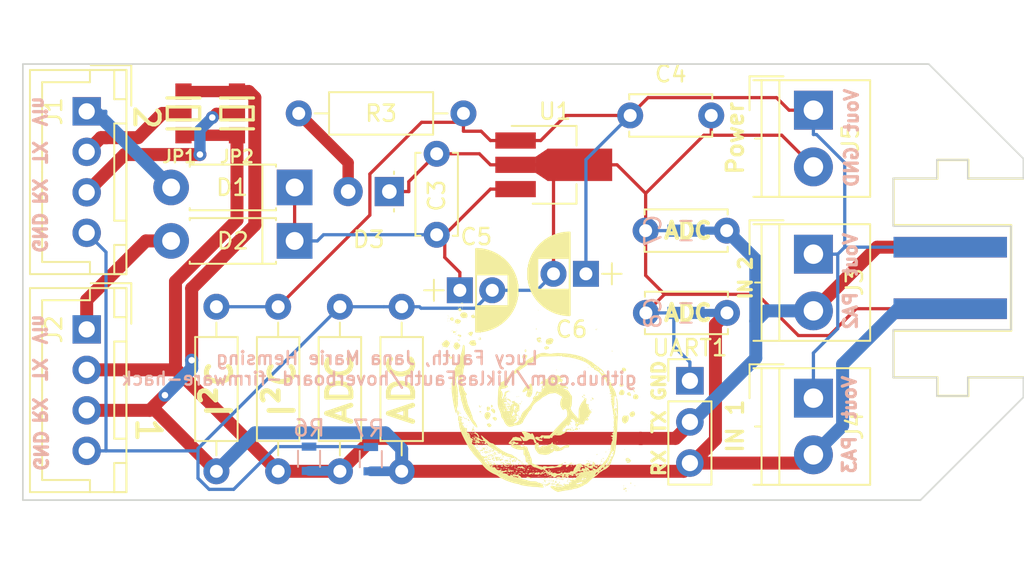
<source format=kicad_pcb>
(kicad_pcb (version 20171130) (host pcbnew "(5.1.12)-1")
  (layers (0 F.Cu signal) (31 B.Cu signal hide) (34 B.Paste user) (35 F.Paste user) (36 B.SilkS user) (37 F.SilkS user) (38 B.Mask user) (39 F.Mask user) (44 Edge.Cuts user))
  (net 0 "")
  (net 1 VCC)
  (net 2 RX)
  (net 3 GND)
  (net 4 RX.1)
  (net 5 TX.1)
  (net 6 VDD)
  (net 7 "Net-(D3-Pad2)")
  (net 8 "Net-(D2-Pad2)")
  (net 9 "Net-(D1-Pad2)")
  (net 10 TX)
  (module Connectors_Terminal_Blocks:TerminalBlock_4UCON_19963_02x3.5mm_Straight (layer F.Cu) (at 149.352 88.448 270)
    (fp_text reference J5 (at 1.722 -2.286 270) (layer F.SilkS))
    (fp_text value Screw_Terminal_01x02)
    (pad 1 thru_hole rect (at 0 0 270) (size 2.4 2.4) (drill 1.2) (layers *.Cu *.Mask) (net 1 VCC))
    (pad 2 thru_hole circle (at 3.5 0 270) (size 2.4 2.4) (drill 1.2) (layers *.Cu *.Mask) (net 3 GND))
  )
  (module Capacitors_THT:CP_Radial_D5.0mm_P2.00mm (layer F.Cu) (at 127.54 99.568)
    (fp_text reference C5 (at 1.016 -3.302) (layer F.SilkS))
    (fp_text value 22uF)
    (pad 1 thru_hole rect (at 0 0) (size 1.6 1.6) (drill 0.8) (layers *.Cu *.Mask) (net 6 VDD))
    (pad 2 thru_hole circle (at 2 0) (size 1.6 1.6) (drill 0.8) (layers *.Cu *.Mask) (net 3 GND))
  )
  (module Connectors_JST:JST_XH_B04B-XH-A_04x2.50mm_Straight (layer F.Cu) (at 104.521 88.519 270)
    (fp_text reference J1 (at 0 2.032 270) (layer F.SilkS))
    (fp_text value Conn_01x04)
    (pad 1 thru_hole rect (at 0 0 270) (size 1.75 1.75) (drill 1) (layers *.Cu *.Mask) (net 9 "Net-(D1-Pad2)"))
    (pad 2 thru_hole circle (at 2.5 0 270) (size 1.75 1.75) (drill 1) (layers *.Cu *.Mask) (net 5 TX.1))
    (pad 3 thru_hole circle (at 5 0 270) (size 1.75 1.75) (drill 1) (layers *.Cu *.Mask) (net 4 RX.1))
    (pad 4 thru_hole circle (at 7.5 0 270) (size 1.75 1.75) (drill 1) (layers *.Cu *.Mask) (net 3 GND))
  )
  (module Resistors_THT:R_Axial_DIN0207_L6.3mm_D2.5mm_P10.16mm_Horizontal (layer F.Cu) (at 120.142 100.584 270)
    (fp_text reference R1 hide)
    (fp_text value R_Small)
    (pad 1 thru_hole circle (at 0 0 270) (size 1.6 1.6) (drill 0.8) (layers *.Cu *.Mask) (net 3 GND))
    (pad 2 thru_hole oval (at 10.16 0 270) (size 1.6 1.6) (drill 0.8) (layers *.Cu *.Mask) (net 10 TX))
  )
  (module jumper:SOLDER-JUMPER_2-WAY (layer F.Cu) (at 113.792 88.646 90)
    (fp_text reference JP2 (at -2.667 0) (layer F.SilkS) (effects (font (size 0.762 0.762) (thickness 0.1524))))
    (fp_text value Jumper_NC_Dual hide)
    (pad 1 smd rect (at -1.35 0 90) (size 1 1) (layers F.Cu F.Paste F.Mask) (net 10 TX))
    (pad 2 smd rect (at 0 0 90) (size 1 1) (layers F.Cu F.Paste F.Mask) (net 4 RX.1))
    (pad 3 smd rect (at 1.35 0 90) (size 1 1) (layers F.Cu F.Paste F.Mask) (net 2 RX))
  )
  (module jumper:SOLDER-JUMPER_2-WAY (layer F.Cu) (at 110.49 88.646 90)
    (fp_text reference JP1 (at -2.667 -0.254) (layer F.SilkS) (effects (font (size 0.762 0.762) (thickness 0.1524))))
    (fp_text value Jumper_NC_Dual hide)
    (pad 1 smd rect (at -1.35 0 90) (size 1 1) (layers F.Cu F.Paste F.Mask) (net 10 TX))
    (pad 2 smd rect (at 0 0 90) (size 1 1) (layers F.Cu F.Paste F.Mask) (net 5 TX.1))
    (pad 3 smd rect (at 1.35 0 90) (size 1 1) (layers F.Cu F.Paste F.Mask) (net 2 RX))
  )
  (module LEDs:LED_D3.0mm (layer F.Cu) (at 123.19 93.472 180)
    (fp_text reference D3 (at 1.27 -2.96 180) (layer F.SilkS))
    (fp_text value LED)
    (pad 1 thru_hole rect (at 0 0 180) (size 1.8 1.8) (drill 0.9) (layers *.Cu *.Mask) (net 3 GND))
    (pad 2 thru_hole circle (at 2.54 0 180) (size 1.8 1.8) (drill 0.9) (layers *.Cu *.Mask) (net 7 "Net-(D3-Pad2)"))
  )
  (module Connectors_Terminal_Blocks:TerminalBlock_4UCON_19963_02x3.5mm_Straight (layer F.Cu) (at 149.352 106.228 270)
    (fp_text reference J4 (at 1.722 -2.54 270) (layer F.SilkS))
    (fp_text value Screw_Terminal_01x02)
    (pad 1 thru_hole rect (at 0 0 270) (size 2.4 2.4) (drill 1.2) (layers *.Cu *.Mask) (net 1 VCC))
    (pad 2 thru_hole circle (at 3.5 0 270) (size 2.4 2.4) (drill 1.2) (layers *.Cu *.Mask) (net 2 RX))
  )
  (module Connectors_JST:JST_XH_B04B-XH-A_04x2.50mm_Straight (layer F.Cu) (at 104.521 101.981 270)
    (fp_text reference J2 (at 0 2.032 270) (layer F.SilkS))
    (fp_text value Conn_01x04)
    (pad 1 thru_hole rect (at 0 0 270) (size 1.75 1.75) (drill 1) (layers *.Cu *.Mask) (net 8 "Net-(D2-Pad2)"))
    (pad 2 thru_hole circle (at 2.5 0 270) (size 1.75 1.75) (drill 1) (layers *.Cu *.Mask) (net 10 TX))
    (pad 3 thru_hole circle (at 5 0 270) (size 1.75 1.75) (drill 1) (layers *.Cu *.Mask) (net 2 RX))
    (pad 4 thru_hole circle (at 7.5 0 270) (size 1.75 1.75) (drill 1) (layers *.Cu *.Mask) (net 3 GND))
  )
  (module Connectors_Terminal_Blocks:TerminalBlock_4UCON_19963_02x3.5mm_Straight (layer F.Cu) (at 149.352 97.338 270)
    (fp_text reference J3 (at 1.722 -2.54 270) (layer F.SilkS))
    (fp_text value Screw_Terminal_01x02)
    (pad 1 thru_hole rect (at 0 0 270) (size 2.4 2.4) (drill 1.2) (layers *.Cu *.Mask) (net 1 VCC))
    (pad 2 thru_hole circle (at 3.5 0 270) (size 2.4 2.4) (drill 1.2) (layers *.Cu *.Mask) (net 10 TX))
  )
  (module Pin_Headers:Pin_Header_Straight_1x03_Pitch2.54mm (layer F.Cu) (at 141.732 105.156)
    (fp_text reference UART1 (at 0 -2.032) (layer F.SilkS))
    (fp_text value Conn_01x03)
    (pad 1 thru_hole rect (at 0 0) (size 1.7 1.7) (drill 1) (layers *.Cu *.Mask) (net 3 GND))
    (pad 2 thru_hole oval (at 0 2.54) (size 1.7 1.7) (drill 1) (layers *.Cu *.Mask) (net 10 TX))
    (pad 3 thru_hole oval (at 0 5.08) (size 1.7 1.7) (drill 1) (layers *.Cu *.Mask) (net 2 RX))
  )
  (module Resistors_THT:R_Axial_DIN0207_L6.3mm_D2.5mm_P10.16mm_Horizontal (layer F.Cu) (at 116.332 100.584 270)
    (fp_text reference R5 hide)
    (fp_text value 3k3)
    (pad 1 thru_hole circle (at 0 0 270) (size 1.6 1.6) (drill 0.8) (layers *.Cu *.Mask) (net 1 VCC))
    (pad 2 thru_hole oval (at 10.16 0 270) (size 1.6 1.6) (drill 0.8) (layers *.Cu *.Mask) (net 10 TX))
  )
  (module Resistors_THT:R_Axial_DIN0207_L6.3mm_D2.5mm_P10.16mm_Horizontal (layer F.Cu) (at 112.522 100.584 270)
    (fp_text reference R4 hide)
    (fp_text value 3k3)
    (pad 1 thru_hole circle (at 0 0 270) (size 1.6 1.6) (drill 0.8) (layers *.Cu *.Mask) (net 1 VCC))
    (pad 2 thru_hole oval (at 10.16 0 270) (size 1.6 1.6) (drill 0.8) (layers *.Cu *.Mask) (net 2 RX))
  )
  (module Resistors_THT:R_Axial_DIN0207_L6.3mm_D2.5mm_P10.16mm_Horizontal (layer F.Cu) (at 117.602 88.646)
    (fp_text reference R3 (at 5.08 0) (layer F.SilkS))
    (fp_text value 220Ohm)
    (pad 1 thru_hole circle (at 0 0) (size 1.6 1.6) (drill 0.8) (layers *.Cu *.Mask) (net 7 "Net-(D3-Pad2)"))
    (pad 2 thru_hole oval (at 10.16 0) (size 1.6 1.6) (drill 0.8) (layers *.Cu *.Mask) (net 1 VCC))
  )
  (module Resistors_THT:R_Axial_DIN0207_L6.3mm_D2.5mm_P10.16mm_Horizontal (layer F.Cu) (at 123.952 110.744 90)
    (fp_text reference R2 hide)
    (fp_text value R_Small)
    (pad 1 thru_hole circle (at 0 0 90) (size 1.6 1.6) (drill 0.8) (layers *.Cu *.Mask) (net 2 RX))
    (pad 2 thru_hole oval (at 10.16 0 90) (size 1.6 1.6) (drill 0.8) (layers *.Cu *.Mask) (net 3 GND))
  )
  (module Capacitors_THT:CP_Radial_D5.0mm_P2.00mm (layer F.Cu) (at 135.3185 98.552 180)
    (fp_text reference C6 (at 0.889 -3.429 180) (layer F.SilkS))
    (fp_text value 22uF)
    (pad 1 thru_hole rect (at 0 0 180) (size 1.6 1.6) (drill 0.8) (layers *.Cu *.Mask) (net 1 VCC))
    (pad 2 thru_hole circle (at 2 0 180) (size 1.6 1.6) (drill 0.8) (layers *.Cu *.Mask) (net 3 GND))
  )
  (module Diodes_THT:D_DO-41_SOD81_P7.62mm_Horizontal (layer F.Cu) (at 117.348 96.52 180)
    (fp_text reference D2 (at 3.81 0 180) (layer F.SilkS))
    (fp_text value D)
    (pad 1 thru_hole rect (at 0 0 180) (size 2.2 2.2) (drill 1.1) (layers *.Cu *.Mask) (net 6 VDD))
    (pad 2 thru_hole oval (at 7.62 0 180) (size 2.2 2.2) (drill 1.1) (layers *.Cu *.Mask) (net 8 "Net-(D2-Pad2)"))
  )
  (module Diodes_THT:D_DO-41_SOD81_P7.62mm_Horizontal (layer F.Cu) (at 117.348 93.218 180)
    (fp_text reference D1 (at 3.8608 0 180) (layer F.SilkS))
    (fp_text value D)
    (pad 1 thru_hole rect (at 0 0 180) (size 2.2 2.2) (drill 1.1) (layers *.Cu *.Mask) (net 6 VDD))
    (pad 2 thru_hole oval (at 7.62 0 180) (size 2.2 2.2) (drill 1.1) (layers *.Cu *.Mask) (net 9 "Net-(D1-Pad2)"))
  )
  (module Capacitors_THT:C_Disc_D5.0mm_W2.5mm_P5.00mm (layer F.Cu) (at 139.0015 95.885)
    (fp_text reference C1 hide)
    (fp_text value C_Small)
    (pad 1 thru_hole circle (at 0 0) (size 1.6 1.6) (drill 0.8) (layers *.Cu *.Mask) (net 3 GND))
    (pad 2 thru_hole circle (at 5 0) (size 1.6 1.6) (drill 0.8) (layers *.Cu *.Mask) (net 10 TX))
  )
  (module TO_SOT_Packages_SMD:SOT-89-3_Handsoldering (layer F.Cu) (at 132.958 91.821)
    (fp_text reference U1 (at 0.45 -3.3) (layer F.SilkS))
    (fp_text value L7805SOT89)
    (pad 1 smd rect (at -1.98 -1.5 270) (size 1 2.5) (layers F.Cu F.Paste F.Mask) (net 1 VCC))
    (pad 2 smd trapezoid (at -0.37 0 90) (size 1.5 0.75) (rect_delta 0 0.5) (layers F.Cu F.Paste F.Mask) (net 3 GND))
    (pad 2 smd rect (at -1.98 0 270) (size 1 2.5) (layers F.Cu F.Paste F.Mask) (net 3 GND))
    (pad 2 smd rect (at 1.98 0 270) (size 2 4) (layers F.Cu F.Paste F.Mask) (net 3 GND))
    (pad 3 smd rect (at -1.98 1.5 270) (size 1 2.5) (layers F.Cu F.Paste F.Mask) (net 6 VDD))
  )
  (module otter:NUNCHUCK (layer F.Cu) (at 158.2928 98.806 90)
    (fp_text reference J6 hide)
    (fp_text value Conn_01x04 hide)
    (pad 1 smd rect (at -1.9 -0.5 90) (size 1.27 7) (layers F.Cu F.Paste F.Mask) (net 3 GND))
    (pad 2 smd rect (at 1.9 -0.5 90) (size 1.27 7) (layers F.Cu F.Paste F.Mask) (net 10 TX))
    (pad 3 smd rect (at 1.9 -0.5 90) (size 1.27 7) (layers B.Cu B.Paste B.Mask) (net 1 VCC))
    (pad 4 smd rect (at -1.9 -0.5 90) (size 1.27 7) (layers B.Cu B.Paste B.Mask) (net 2 RX))
  )
  (module Capacitors_THT:C_Disc_D5.0mm_W2.5mm_P5.00mm (layer F.Cu) (at 126.111 96.139 90)
    (fp_text reference C3 (at 2.413 0 90) (layer F.SilkS))
    (fp_text value 1uF)
    (pad 1 thru_hole circle (at 0 0 90) (size 1.6 1.6) (drill 0.8) (layers *.Cu *.Mask) (net 6 VDD))
    (pad 2 thru_hole circle (at 5 0 90) (size 1.6 1.6) (drill 0.8) (layers *.Cu *.Mask) (net 3 GND))
  )
  (module otterimage:otterimage_crop_13 (layer F.Cu) (at 132.588 106.172)
    (fp_text reference G*** hide)
    (fp_text value LOGO hide)
  )
  (module Capacitors_THT:C_Disc_D5.0mm_W2.5mm_P5.00mm (layer F.Cu) (at 138.049 88.773)
    (fp_text reference C4 (at 2.5 -2.56) (layer F.SilkS))
    (fp_text value 1uF)
    (pad 1 thru_hole circle (at 0 0) (size 1.6 1.6) (drill 0.8) (layers *.Cu *.Mask) (net 1 VCC))
    (pad 2 thru_hole circle (at 5 0) (size 1.6 1.6) (drill 0.8) (layers *.Cu *.Mask) (net 3 GND))
  )
  (module Capacitors_THT:C_Disc_D5.0mm_W2.5mm_P5.00mm (layer F.Cu) (at 144.018 100.965 180)
    (fp_text reference C2 hide)
    (fp_text value C_Small)
    (pad 1 thru_hole circle (at 0 0 180) (size 1.6 1.6) (drill 0.8) (layers *.Cu *.Mask) (net 2 RX))
    (pad 2 thru_hole circle (at 5 0 180) (size 1.6 1.6) (drill 0.8) (layers *.Cu *.Mask) (net 3 GND))
  )
  (module Resistors_SMD:R_0603 (layer B.Cu) (at 122.047 109.994 90)
    (fp_text reference R7 (at 1.893 -0.127 180) (layer B.SilkS) (effects (justify mirror)))
    (fp_text value R_Small)
    (pad 1 smd rect (at -0.75 0 90) (size 0.5 0.9) (layers B.Cu B.Paste B.Mask) (net 2 RX))
    (pad 2 smd rect (at 0.75 0 90) (size 0.5 0.9) (layers B.Cu B.Paste B.Mask) (net 3 GND))
  )
  (module Capacitors_SMD:C_0603 (layer B.Cu) (at 141.49 100.965 180)
    (fp_text reference C8 (at 2.032 0 270) (layer B.SilkS) (effects (justify mirror)))
    (fp_text value C_Small)
    (pad 1 smd rect (at -0.75 0 180) (size 0.8 0.75) (layers B.Cu B.Paste B.Mask) (net 2 RX))
    (pad 2 smd rect (at 0.75 0 180) (size 0.8 0.75) (layers B.Cu B.Paste B.Mask) (net 3 GND))
  )
  (module Capacitors_SMD:C_0603 (layer B.Cu) (at 141.49 95.885)
    (fp_text reference C7 (at -2.032 0 90) (layer B.SilkS) (effects (justify mirror)))
    (fp_text value C_Small)
    (pad 1 smd rect (at -0.75 0) (size 0.8 0.75) (layers B.Cu B.Paste B.Mask) (net 3 GND))
    (pad 2 smd rect (at 0.75 0) (size 0.8 0.75) (layers B.Cu B.Paste B.Mask) (net 10 TX))
  )
  (module Resistors_SMD:R_0603 (layer B.Cu) (at 118.237 109.97 270)
    (fp_text reference R6 (at -1.893 0) (layer B.SilkS) (effects (justify mirror)))
    (fp_text value R_Small)
    (pad 1 smd rect (at -0.75 0 270) (size 0.5 0.9) (layers B.Cu B.Paste B.Mask) (net 3 GND))
    (pad 2 smd rect (at 0.75 0 270) (size 0.5 0.9) (layers B.Cu B.Paste B.Mask) (net 10 TX))
  )
  (gr_line (start 162.306 91.44) (end 156.464 85.598) (layer Edge.Cuts) (width 0.1))
  (gr_line (start 156.464 85.598) (end 100.584 85.598) (layer Edge.Cuts) (width 0.1))
  (gr_line (start 154.2796 102.0064) (end 161.544 102.0064) (layer Edge.Cuts) (width 0.1))
  (gr_line (start 162.306 106.172) (end 155.956 112.522) (layer Edge.Cuts) (width 0.1))
  (gr_line (start 158.877 104.9528) (end 158.877 106.0958) (layer Edge.Cuts) (width 0.1))
  (gr_line (start 158.877 92.6592) (end 162.306 92.6592) (layer Edge.Cuts) (width 0.1))
  (gr_line (start 158.877 106.0958) (end 156.972 106.0958) (layer Edge.Cuts) (width 0.1))
  (gr_line (start 161.544 95.6056) (end 154.2796 95.6056) (layer Edge.Cuts) (width 0.1))
  (gr_line (start 162.306 106.172) (end 162.306 104.9528) (layer Edge.Cuts) (width 0.1))
  (gr_line (start 156.972 104.9528) (end 154.2796 104.9528) (layer Edge.Cuts) (width 0.1))
  (gr_line (start 154.2796 104.9528) (end 154.2796 102.0064) (layer Edge.Cuts) (width 0.1))
  (gr_line (start 154.2796 95.6056) (end 154.2796 92.6592) (layer Edge.Cuts) (width 0.1))
  (gr_line (start 158.877 91.5162) (end 158.877 92.6592) (layer Edge.Cuts) (width 0.1))
  (gr_line (start 156.972 92.6592) (end 156.972 91.5162) (layer Edge.Cuts) (width 0.1))
  (gr_line (start 100.584 85.598) (end 100.584 112.522) (layer Edge.Cuts) (width 0.1))
  (gr_line (start 156.972 91.5162) (end 158.877 91.5162) (layer Edge.Cuts) (width 0.1))
  (gr_line (start 155.956 112.522) (end 100.584 112.522) (layer Edge.Cuts) (width 0.1))
  (gr_line (start 161.544 102.0064) (end 161.544 95.6056) (layer Edge.Cuts) (width 0.1))
  (gr_line (start 156.972 106.0958) (end 156.972 104.9528) (layer Edge.Cuts) (width 0.1))
  (gr_line (start 154.2796 92.6592) (end 156.972 92.6592) (layer Edge.Cuts) (width 0.1))
  (gr_line (start 162.306 91.44) (end 162.306 92.6592) (layer Edge.Cuts) (width 0.1))
  (gr_line (start 162.306 104.9528) (end 158.877 104.9528) (layer Edge.Cuts) (width 0.1))
  (gr_text Vin (at 101.6 88.519 270) (layer B.SilkS) (effects (font (size 0.8 0.8) (thickness 0.2)) (justify mirror)))
  (gr_text GND (at 101.6 96.012 270) (layer B.SilkS) (effects (font (size 0.8 0.8) (thickness 0.2)) (justify mirror)))
  (gr_text GND (at 151.7015 91.948 90) (layer B.SilkS) (effects (font (size 0.8 0.8) (thickness 0.2)) (justify mirror)))
  (gr_text Vout (at 151.638 97.3455 90) (layer B.SilkS) (effects (font (size 0.8 0.8) (thickness 0.2)) (justify mirror)))
  (gr_text Vout (at 151.5745 106.172 90) (layer B.SilkS) (effects (font (size 0.8 0.8) (thickness 0.2)) (justify mirror)))
  (gr_text GND (at 101.6635 109.474 270) (layer B.SilkS) (effects (font (size 0.8 0.8) (thickness 0.2)) (justify mirror)))
  (gr_text TX (at 101.6 104.4575 270) (layer B.SilkS) (effects (font (size 0.8 0.8) (thickness 0.2)) (justify mirror)))
  (gr_text RX (at 101.6 106.9975 270) (layer B.SilkS) (effects (font (size 0.8 0.8) (thickness 0.2)) (justify mirror)))
  (gr_text github.com/NiklasFauth/hoverboard-firmware-hack (at 122.555 105.029) (layer B.SilkS) (effects (font (size 0.8 0.8)) (justify mirror)))
  (gr_text TX (at 101.6 91.059 270) (layer B.SilkS) (effects (font (size 0.8 0.8) (thickness 0.2)) (justify mirror)))
  (gr_text Vin (at 101.6 101.981 270) (layer B.SilkS) (effects (font (size 0.8 0.8) (thickness 0.2)) (justify mirror)))
  (gr_text Vout (at 151.7015 88.4555 90) (layer B.SilkS) (effects (font (size 0.8 0.8) (thickness 0.2)) (justify mirror)))
  (gr_text RX (at 101.6 93.472 270) (layer B.SilkS) (effects (font (size 0.8 0.8) (thickness 0.2)) (justify mirror)))
  (gr_text PA2 (at 151.638 100.838 90) (layer B.SilkS) (effects (font (size 0.8 0.8) (thickness 0.2)) (justify mirror)))
  (gr_text PA3 (at 151.5745 109.728 90) (layer B.SilkS) (effects (font (size 0.8 0.8) (thickness 0.2)) (justify mirror)))
  (gr_text "Lucy Fauth, Jana Marie Hemsing" (at 122.428 103.759) (layer B.SilkS) (effects (font (size 0.8 0.8)) (justify mirror)))
  (gr_text GND (at 139.827 105.156 90) (layer F.SilkS) (effects (font (size 0.8 0.8) (thickness 0.2))))
  (gr_text TX (at 139.827 107.696 90) (layer F.SilkS) (effects (font (size 0.8 0.8) (thickness 0.2))))
  (gr_text RX (at 139.827 110.236 90) (layer F.SilkS) (effects (font (size 0.8 0.8) (thickness 0.2))))
  (gr_text ADC (at 141.605 100.965) (layer F.SilkS) (effects (font (size 1 1) (thickness 0.25))))
  (gr_text 1 (at 108.331 108.204 270) (layer F.SilkS) (effects (font (size 1.5 1.5) (thickness 0.25))))
  (gr_text "IN 1" (at 144.526 107.95 90) (layer F.SilkS) (effects (font (size 1 1) (thickness 0.2))))
  (gr_text I²C (at 116.586 105.664 90) (layer F.SilkS) (effects (font (size 1.5 1.5) (thickness 0.3))))
  (gr_text ADC (at 141.605 95.885) (layer F.SilkS) (effects (font (size 1 1) (thickness 0.25))))
  (gr_text Power (at 144.526 90.17 90) (layer F.SilkS) (effects (font (size 1 1) (thickness 0.2))))
  (gr_text I²C (at 112.7252 105.664 90) (layer F.SilkS) (effects (font (size 1.5 1.5) (thickness 0.3))))
  (gr_text "IN 2" (at 145.161 98.806 90) (layer F.SilkS) (effects (font (size 0.8 0.8) (thickness 0.2))))
  (gr_text ADC (at 123.952 105.664 90) (layer F.SilkS) (effects (font (size 1.5 1.5) (thickness 0.3))))
  (gr_text 2 (at 108.204 88.9 270) (layer F.SilkS) (effects (font (size 1.5 1.5) (thickness 0.25))))
  (gr_text ADC (at 120.142 105.664 90) (layer F.SilkS) (effects (font (size 1.5 1.5) (thickness 0.3))))
  (segment (start 149.352 88.448) (end 147.8519 88.448) (width 0.2) (layer F.Cu) (net 1))
  (segment (start 138.049 88.773) (end 139.1503 87.6717) (width 0.2) (layer F.Cu) (net 1))
  (segment (start 139.1503 87.6717) (end 147.0756 87.6717) (width 0.2) (layer F.Cu) (net 1))
  (segment (start 147.0756 87.6717) (end 147.8519 88.448) (width 0.2) (layer F.Cu) (net 1))
  (segment (start 132.5281 90.321) (end 134.0761 88.773) (width 0.2) (layer F.Cu) (net 1))
  (segment (start 134.0761 88.773) (end 138.049 88.773) (width 0.2) (layer F.Cu) (net 1))
  (segment (start 150.8521 97.338) (end 150.8521 101.9379) (width 0.2) (layer B.Cu) (net 1))
  (segment (start 150.8521 101.9379) (end 149.352 103.438) (width 0.2) (layer B.Cu) (net 1))
  (segment (start 149.352 103.438) (end 149.352 106.228) (width 0.2) (layer B.Cu) (net 1))
  (segment (start 150.7521 97.338) (end 150.8521 97.338) (width 0.2) (layer B.Cu) (net 1))
  (segment (start 149.352 97.338) (end 150.7521 97.338) (width 0.2) (layer B.Cu) (net 1))
  (segment (start 151.2841 96.906) (end 150.8521 97.338) (width 0.2) (layer B.Cu) (net 1))
  (segment (start 157.7928 96.906) (end 151.2841 96.906) (width 0.2) (layer B.Cu) (net 1))
  (segment (start 151.2841 96.906) (end 151.2841 91.6927) (width 0.2) (layer B.Cu) (net 1))
  (segment (start 151.2841 91.6927) (end 149.5395 89.9481) (width 0.2) (layer B.Cu) (net 1))
  (segment (start 149.5395 89.9481) (end 149.352 89.9481) (width 0.2) (layer B.Cu) (net 1))
  (segment (start 130.978 90.321) (end 132.5281 90.321) (width 0.2) (layer F.Cu) (net 1))
  (segment (start 112.522 100.584) (end 116.332 100.584) (width 0.2) (layer B.Cu) (net 1))
  (segment (start 127.762 89.196) (end 125.18 89.196) (width 0.2) (layer F.Cu) (net 1))
  (segment (start 125.18 89.196) (end 121.9898 92.3862) (width 0.2) (layer F.Cu) (net 1))
  (segment (start 121.9898 92.3862) (end 121.9898 94.9262) (width 0.2) (layer F.Cu) (net 1))
  (segment (start 121.9898 94.9262) (end 116.332 100.584) (width 0.2) (layer F.Cu) (net 1))
  (segment (start 127.762 89.196) (end 127.762 89.7461) (width 0.2) (layer F.Cu) (net 1))
  (segment (start 127.762 88.646) (end 127.762 89.196) (width 0.2) (layer F.Cu) (net 1))
  (segment (start 149.352 88.448) (end 149.352 89.9481) (width 0.2) (layer B.Cu) (net 1))
  (segment (start 135.3185 98.552) (end 135.3185 91.5035) (width 0.2) (layer B.Cu) (net 1))
  (segment (start 135.3185 91.5035) (end 138.049 88.773) (width 0.2) (layer B.Cu) (net 1))
  (segment (start 130.978 90.321) (end 129.4279 90.321) (width 0.2) (layer F.Cu) (net 1))
  (segment (start 129.4279 90.321) (end 128.853 89.7461) (width 0.2) (layer F.Cu) (net 1))
  (segment (start 128.853 89.7461) (end 127.762 89.7461) (width 0.2) (layer F.Cu) (net 1))
  (segment (start 141.732 110.363) (end 141.732 110.236) (width 0.2) (layer F.Cu) (net 2))
  (segment (start 141.732 110.363) (end 141.859 110.236) (width 0.8) (layer F.Cu) (net 2))
  (segment (start 123.952 110.744) (end 141.351 110.744) (width 0.8) (layer F.Cu) (net 2))
  (segment (start 141.351 110.744) (end 141.732 110.363) (width 0.8) (layer F.Cu) (net 2))
  (segment (start 144.018 100.965) (end 143.309 101.674) (width 0.8) (layer F.Cu) (net 2))
  (segment (start 143.309 101.674) (end 143.309 108.786) (width 0.8) (layer F.Cu) (net 2))
  (segment (start 143.309 108.786) (end 141.859 110.236) (width 0.8) (layer F.Cu) (net 2))
  (segment (start 157.7928 100.706) (end 154.584 100.706) (width 0.8) (layer B.Cu) (net 2))
  (segment (start 154.584 100.706) (end 151.152 104.138) (width 0.8) (layer B.Cu) (net 2))
  (segment (start 151.152 104.138) (end 151.152 107.928) (width 0.8) (layer B.Cu) (net 2))
  (segment (start 151.152 107.928) (end 149.352 109.728) (width 0.8) (layer B.Cu) (net 2))
  (segment (start 158.267 100.706) (end 157.7928 100.706) (width 0.8) (layer B.Cu) (net 2))
  (segment (start 123.952 110.744) (end 123.952 109.369) (width 0.8) (layer B.Cu) (net 2))
  (segment (start 123.952 109.369) (end 122.953 108.37) (width 0.8) (layer B.Cu) (net 2))
  (segment (start 122.953 108.37) (end 114.896 108.37) (width 0.8) (layer B.Cu) (net 2))
  (segment (start 114.896 108.37) (end 112.522 110.744) (width 0.8) (layer B.Cu) (net 2))
  (segment (start 122.047 110.744) (end 123.952 110.744) (width 0.6) (layer B.Cu) (net 2))
  (segment (start 110.998 103.886) (end 110.998 104.394) (width 0.8) (layer B.Cu) (net 2))
  (segment (start 110.998 104.394) (end 109.347 106.045) (width 0.8) (layer B.Cu) (net 2))
  (segment (start 142.24 100.965) (end 144.018 100.965) (width 0.5) (layer B.Cu) (net 2))
  (segment (start 113.792 87.296) (end 110.49 87.296) (width 0.7) (layer F.Cu) (net 2))
  (segment (start 112.522 110.744) (end 108.752 106.974) (width 0.8) (layer F.Cu) (net 2))
  (segment (start 108.752 106.974) (end 108.752 106.64) (width 0.8) (layer F.Cu) (net 2))
  (segment (start 111.007 99.4496) (end 110.998 99.441) (width 0.8) (layer F.Cu) (net 2))
  (segment (start 110.998 103.886) (end 110.998 99.4582) (width 0.8) (layer F.Cu) (net 2))
  (segment (start 110.998 99.4582) (end 111.007 99.4496) (width 0.8) (layer F.Cu) (net 2))
  (segment (start 113.792 87.296) (end 114.522 87.296) (width 0.8) (layer F.Cu) (net 2))
  (segment (start 114.522 87.296) (end 114.892 87.666) (width 0.8) (layer F.Cu) (net 2))
  (segment (start 114.892 87.666) (end 114.892 95.547) (width 0.8) (layer F.Cu) (net 2))
  (segment (start 114.892 95.547) (end 111.007 99.4496) (width 0.8) (layer F.Cu) (net 2))
  (segment (start 108.752 106.64) (end 108.411 106.981) (width 0.8) (layer F.Cu) (net 2))
  (segment (start 108.411 106.981) (end 104.521 106.981) (width 0.8) (layer F.Cu) (net 2))
  (segment (start 141.859 110.236) (end 148.844 110.236) (width 0.8) (layer F.Cu) (net 2))
  (segment (start 148.844 110.236) (end 149.352 109.728) (width 0.8) (layer F.Cu) (net 2))
  (segment (start 108.752 106.64) (end 109.347 106.045) (width 0.8) (layer F.Cu) (net 2))
  (via (at 110.998 103.886) (size 0.8) (layers F.Cu B.Cu) (net 2))
  (via (at 109.347 106.045) (size 0.8) (layers F.Cu B.Cu) (net 2))
  (segment (start 129.54 99.568) (end 132.3025 99.568) (width 0.2) (layer B.Cu) (net 3))
  (segment (start 132.3025 99.568) (end 133.3185 98.552) (width 0.2) (layer B.Cu) (net 3))
  (segment (start 129.54 99.568) (end 129.54 99.626) (width 0.2) (layer B.Cu) (net 3))
  (segment (start 129.54 99.626) (end 128.4902 100.6758) (width 0.2) (layer B.Cu) (net 3))
  (segment (start 128.4902 100.6758) (end 125.1439 100.6758) (width 0.2) (layer B.Cu) (net 3))
  (segment (start 125.1439 100.6758) (end 125.0521 100.584) (width 0.2) (layer B.Cu) (net 3))
  (segment (start 105.7126 109.481) (end 104.521 109.481) (width 0.2) (layer B.Cu) (net 3))
  (segment (start 111.3869 109.481) (end 105.7126 109.481) (width 0.2) (layer B.Cu) (net 3))
  (segment (start 105.7126 109.481) (end 105.7126 97.2106) (width 0.2) (layer B.Cu) (net 3))
  (segment (start 105.7126 97.2106) (end 104.521 96.019) (width 0.2) (layer B.Cu) (net 3))
  (segment (start 111.3869 109.481) (end 111.3869 109.3391) (width 0.2) (layer B.Cu) (net 3))
  (segment (start 111.3869 109.3391) (end 120.142 100.584) (width 0.2) (layer B.Cu) (net 3))
  (segment (start 118.237 109.22) (end 116.2265 109.22) (width 0.2) (layer B.Cu) (net 3))
  (segment (start 116.2265 109.22) (end 113.5872 111.8593) (width 0.2) (layer B.Cu) (net 3))
  (segment (start 113.5872 111.8593) (end 112.0744 111.8593) (width 0.2) (layer B.Cu) (net 3))
  (segment (start 112.0744 111.8593) (end 111.3869 111.1718) (width 0.2) (layer B.Cu) (net 3))
  (segment (start 111.3869 111.1718) (end 111.3869 109.481) (width 0.2) (layer B.Cu) (net 3))
  (segment (start 139.0015 93.5844) (end 139.0015 95.885) (width 0.2) (layer F.Cu) (net 3))
  (segment (start 137.2381 91.821) (end 139.0015 93.5844) (width 0.2) (layer F.Cu) (net 3))
  (segment (start 139.0015 93.5844) (end 142.5912 89.9947) (width 0.2) (layer F.Cu) (net 3))
  (segment (start 142.5912 89.9947) (end 143.049 89.9947) (width 0.2) (layer F.Cu) (net 3))
  (segment (start 143.049 89.9947) (end 147.3987 89.9947) (width 0.2) (layer F.Cu) (net 3))
  (segment (start 147.3987 89.9947) (end 149.352 91.948) (width 0.2) (layer F.Cu) (net 3))
  (segment (start 143.049 88.773) (end 143.049 89.9947) (width 0.2) (layer F.Cu) (net 3))
  (segment (start 139.0015 95.885) (end 140.74 95.885) (width 0.2) (layer B.Cu) (net 3))
  (segment (start 140.1673 99.8157) (end 139.018 100.965) (width 0.2) (layer F.Cu) (net 3))
  (segment (start 157.7928 100.706) (end 151.991 100.706) (width 0.2) (layer F.Cu) (net 3))
  (segment (start 151.991 100.706) (end 150.3322 102.3648) (width 0.2) (layer F.Cu) (net 3))
  (segment (start 150.3322 102.3648) (end 148.4292 102.3648) (width 0.2) (layer F.Cu) (net 3))
  (segment (start 148.4292 102.3648) (end 145.8801 99.8157) (width 0.2) (layer F.Cu) (net 3))
  (segment (start 145.8801 99.8157) (end 140.1673 99.8157) (width 0.2) (layer F.Cu) (net 3))
  (segment (start 139.0015 95.885) (end 139.0015 98.6499) (width 0.2) (layer F.Cu) (net 3))
  (segment (start 139.0015 98.6499) (end 140.1673 99.8157) (width 0.2) (layer F.Cu) (net 3))
  (segment (start 133.3185 91.821) (end 132.588 91.821) (width 0.2) (layer F.Cu) (net 3))
  (segment (start 134.938 91.821) (end 133.3185 91.821) (width 0.2) (layer F.Cu) (net 3))
  (segment (start 133.3185 98.552) (end 133.3185 91.821) (width 0.2) (layer F.Cu) (net 3))
  (segment (start 123.19 93.472) (end 124.3901 93.472) (width 0.2) (layer F.Cu) (net 3))
  (segment (start 126.111 91.139) (end 124.3901 92.8599) (width 0.2) (layer F.Cu) (net 3))
  (segment (start 124.3901 92.8599) (end 124.3901 93.472) (width 0.2) (layer F.Cu) (net 3))
  (segment (start 129.4279 91.821) (end 128.7459 91.139) (width 0.2) (layer F.Cu) (net 3))
  (segment (start 128.7459 91.139) (end 126.111 91.139) (width 0.2) (layer F.Cu) (net 3))
  (segment (start 134.938 91.821) (end 137.2381 91.821) (width 0.2) (layer F.Cu) (net 3))
  (segment (start 120.142 100.584) (end 122.8519 100.584) (width 0.2) (layer B.Cu) (net 3))
  (segment (start 123.952 100.584) (end 122.8519 100.584) (width 0.2) (layer B.Cu) (net 3))
  (segment (start 140.74 100.965) (end 139.018 100.965) (width 0.2) (layer B.Cu) (net 3))
  (segment (start 123.952 100.584) (end 125.0521 100.584) (width 0.2) (layer B.Cu) (net 3))
  (segment (start 121.397 109.244) (end 121.2969 109.244) (width 0.2) (layer B.Cu) (net 3))
  (segment (start 121.2969 109.244) (end 121.2729 109.22) (width 0.2) (layer B.Cu) (net 3))
  (segment (start 121.2729 109.22) (end 118.237 109.22) (width 0.2) (layer B.Cu) (net 3))
  (segment (start 130.978 91.821) (end 129.4279 91.821) (width 0.2) (layer F.Cu) (net 3))
  (segment (start 130.978 91.821) (end 132.588 91.821) (width 0.2) (layer F.Cu) (net 3))
  (segment (start 140.74 100.965) (end 140.74 103.0139) (width 0.2) (layer B.Cu) (net 3))
  (segment (start 140.74 103.0139) (end 141.732 104.0059) (width 0.2) (layer B.Cu) (net 3))
  (segment (start 141.732 105.156) (end 141.732 104.0059) (width 0.2) (layer B.Cu) (net 3))
  (segment (start 122.047 109.244) (end 121.397 109.244) (width 0.2) (layer B.Cu) (net 3))
  (segment (start 111.506 91.186) (end 111.506 89.662) (width 0.7) (layer B.Cu) (net 4))
  (segment (start 111.506 89.662) (end 112.268 88.9) (width 0.7) (layer B.Cu) (net 4))
  (segment (start 113.792 88.646) (end 112.522 88.646) (width 0.7) (layer F.Cu) (net 4))
  (segment (start 112.522 88.646) (end 112.268 88.9) (width 0.7) (layer F.Cu) (net 4))
  (segment (start 104.521 93.519) (end 106.854 91.186) (width 0.8) (layer F.Cu) (net 4))
  (segment (start 106.854 91.186) (end 111.506 91.186) (width 0.8) (layer F.Cu) (net 4))
  (via (at 112.268 88.9) (size 0.8) (layers F.Cu B.Cu) (net 4))
  (via (at 111.506 91.186) (size 0.8) (layers F.Cu B.Cu) (net 4))
  (segment (start 105.737 90.144) (end 107.692 90.144) (width 0.8) (layer F.Cu) (net 5))
  (segment (start 107.692 90.144) (end 109.19 88.646) (width 0.8) (layer F.Cu) (net 5))
  (segment (start 109.19 88.646) (end 110.49 88.646) (width 0.8) (layer F.Cu) (net 5))
  (segment (start 105.396 90.144) (end 105.737 90.144) (width 0.8) (layer F.Cu) (net 5))
  (segment (start 104.521 91.019) (end 105.396 90.144) (width 0.8) (layer F.Cu) (net 5))
  (segment (start 105.396 90.144) (end 105.737 90.144) (width 0.8) (layer F.Cu) (net 5))
  (segment (start 117.348 96.52) (end 118.7481 96.52) (width 0.2) (layer B.Cu) (net 6))
  (segment (start 118.7481 96.52) (end 119.1291 96.139) (width 0.2) (layer B.Cu) (net 6))
  (segment (start 119.1291 96.139) (end 126.111 96.139) (width 0.2) (layer B.Cu) (net 6))
  (segment (start 127.54 99.568) (end 127.54 98.4679) (width 0.2) (layer F.Cu) (net 6))
  (segment (start 126.6099 96.139) (end 129.4279 93.321) (width 0.2) (layer F.Cu) (net 6))
  (segment (start 126.111 96.139) (end 126.6099 96.139) (width 0.2) (layer F.Cu) (net 6))
  (segment (start 126.6099 96.139) (end 126.6099 97.5378) (width 0.2) (layer F.Cu) (net 6))
  (segment (start 126.6099 97.5378) (end 127.54 98.4679) (width 0.2) (layer F.Cu) (net 6))
  (segment (start 117.348 93.218) (end 117.348 96.52) (width 0.2) (layer F.Cu) (net 6))
  (segment (start 130.978 93.321) (end 129.4279 93.321) (width 0.2) (layer F.Cu) (net 6))
  (segment (start 120.65 93.472) (end 120.65 91.694) (width 0.7) (layer F.Cu) (net 7))
  (segment (start 120.65 91.694) (end 117.602 88.646) (width 0.7) (layer F.Cu) (net 7))
  (segment (start 109.347 96.52) (end 109.728 96.52) (width 0.8) (layer F.Cu) (net 8))
  (segment (start 104.521 101.981) (end 104.521 100.171) (width 0.8) (layer F.Cu) (net 8))
  (segment (start 104.521 100.171) (end 108.172 96.52) (width 0.8) (layer F.Cu) (net 8))
  (segment (start 108.172 96.52) (end 109.347 96.52) (width 0.8) (layer F.Cu) (net 8))
  (segment (start 109.347 96.52) (end 109.728 96.52) (width 0.7) (layer F.Cu) (net 8))
  (segment (start 105.6961 89.1861) (end 105.6961 88.519) (width 0.2) (layer B.Cu) (net 9))
  (segment (start 105.6961 89.1861) (end 105.788 89.278) (width 0.8) (layer B.Cu) (net 9))
  (segment (start 105.022 88.512) (end 105.6961 89.1861) (width 0.8) (layer B.Cu) (net 9))
  (segment (start 104.521 88.519) (end 105.6961 88.519) (width 0.2) (layer B.Cu) (net 9))
  (segment (start 105.788 89.278) (end 109.728 93.218) (width 0.8) (layer B.Cu) (net 9))
  (segment (start 141.732 107.696) (end 141.859 107.696) (width 0.2) (layer B.Cu) (net 10))
  (segment (start 141.732 107.823) (end 141.732 107.696) (width 0.2) (layer F.Cu) (net 10))
  (segment (start 141.732 107.823) (end 141.859 107.696) (width 0.8) (layer F.Cu) (net 10))
  (segment (start 138.684 108.712) (end 140.843 108.712) (width 0.8) (layer F.Cu) (net 10))
  (segment (start 140.843 108.712) (end 141.732 107.823) (width 0.8) (layer F.Cu) (net 10))
  (segment (start 141.859 107.696) (end 145.796 103.759) (width 0.8) (layer B.Cu) (net 10))
  (segment (start 145.796 103.759) (end 145.796 101.473) (width 0.8) (layer B.Cu) (net 10))
  (segment (start 149.484 100.706) (end 149.352 100.838) (width 0.8) (layer F.Cu) (net 10))
  (segment (start 157.7928 96.906) (end 153.284 96.906) (width 0.8) (layer F.Cu) (net 10))
  (segment (start 153.284 96.906) (end 149.484 100.706) (width 0.8) (layer F.Cu) (net 10))
  (segment (start 158.267 96.906) (end 157.7928 96.906) (width 0.8) (layer F.Cu) (net 10))
  (segment (start 144.0015 95.885) (end 144.002 95.885) (width 0.5) (layer B.Cu) (net 10))
  (segment (start 142.24 95.885) (end 144.0015 95.885) (width 0.5) (layer B.Cu) (net 10))
  (segment (start 145.796 101.473) (end 145.796 97.6795) (width 0.8) (layer B.Cu) (net 10))
  (segment (start 145.796 97.6795) (end 144.002 95.885) (width 0.8) (layer B.Cu) (net 10))
  (segment (start 149.352 100.838) (end 146.431 100.838) (width 0.8) (layer B.Cu) (net 10))
  (segment (start 146.431 100.838) (end 145.796 101.473) (width 0.8) (layer B.Cu) (net 10))
  (segment (start 118.237 110.72) (end 120.118 110.72) (width 0.6) (layer B.Cu) (net 10))
  (segment (start 120.118 110.72) (end 120.142 110.744) (width 0.6) (layer B.Cu) (net 10))
  (segment (start 104.521 104.481) (end 109.927 104.481) (width 0.8) (layer F.Cu) (net 10))
  (segment (start 109.927 104.481) (end 109.998 104.41) (width 0.8) (layer F.Cu) (net 10))
  (segment (start 110.49 89.996) (end 113.792 89.996) (width 0.7) (layer F.Cu) (net 10))
  (segment (start 113.792 89.996) (end 113.792 95.2328) (width 0.8) (layer F.Cu) (net 10))
  (segment (start 113.792 95.2328) (end 109.998 99.0268) (width 0.8) (layer F.Cu) (net 10))
  (segment (start 109.998 99.0268) (end 109.998 104.41) (width 0.8) (layer F.Cu) (net 10))
  (segment (start 110.062 104.474) (end 116.332 110.744) (width 0.8) (layer F.Cu) (net 10))
  (segment (start 120.142 110.744) (end 122.174 108.712) (width 0.8) (layer F.Cu) (net 10))
  (segment (start 122.174 108.712) (end 138.684 108.712) (width 0.8) (layer F.Cu) (net 10))
  (segment (start 138.684 108.712) (end 138.7 108.728) (width 0.8) (layer F.Cu) (net 10))
  (segment (start 120.142 110.744) (end 116.332 110.744) (width 0.8) (layer F.Cu) (net 10))
  (segment (start 149.484 100.706) (end 149.352 100.838) (width 0.8) (layer F.Cu) (net 10))
  (segment (start 109.998 104.41) (end 110.062 104.474) (width 0.8) (layer F.Cu) (net 10))
  (segment (start 110.062 104.474) (end 110.015 104.521) (width 0.8) (layer F.Cu) (net 10))
)
</source>
